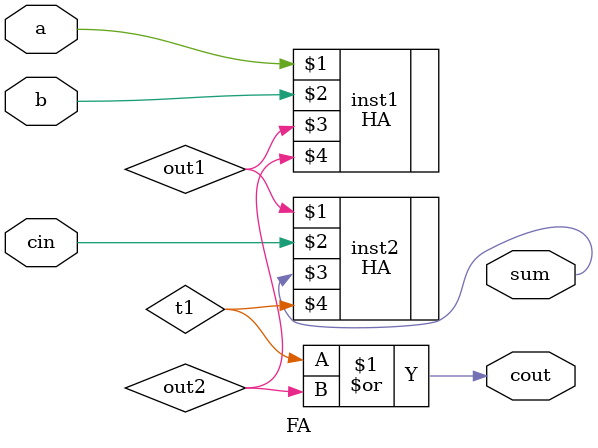
<source format=v>
module FA(a, b, cin, sum, cout);
  
  input a, b, cin;
  output sum, cout;
  wire out1, out2, t1;
  
  HA inst1(a, b, out1, out2);
  HA inst2(out1, cin, sum, t1);
  
  or g1(cout, t1, out2);
  
endmodule
</source>
